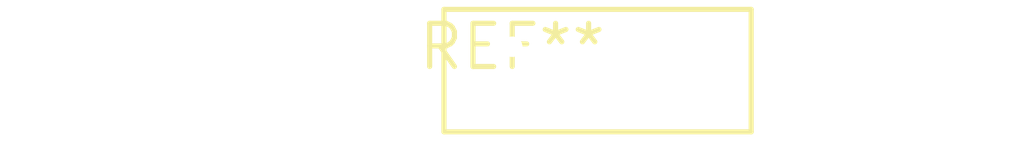
<source format=kicad_pcb>
(kicad_pcb (version 20240108) (generator pcbnew)
  (layers (0 "F.Cu" signal) (31 "B.Cu" signal) (34 "B.Paste" user) (35 "F.Paste" user) (36 "B.SilkS" user "B.Silkscreen") (37 "F.SilkS" user "F.Silkscreen") (38 "B.Mask" user) (39 "F.Mask" user) (44 "Edge.Cuts" user))
  (net 0 "")
  (footprint "RV_Disc_D9mm_W3.6mm_P5mm" (layer "F.Cu") (at 0 0)
    (property "Reference" "REF**")
    (property "Value" "RV_Disc_D9mm_W3.6mm_P5mm")
    (fp_line (start -2 -1.1) (end -2 2.5) (layer "F.SilkS") (stroke (width 0.15)))
    (fp_line (start -2 -1.1) (end 7 -1.1) (layer "F.SilkS") (stroke (width 0.15)))
    (fp_line (start -2 2.5) (end 7 2.5) (layer "F.SilkS") (stroke (width 0.15)))
    (fp_line (start 7 -1.1) (end 7 2.5) (layer "F.SilkS") (stroke (width 0.15)))
    (pad "1" thru_hole circle (at 0 0) (size 1.6 1.6) (drill 0.6) (layers *.Cu *.Mask) (remove_unused_layers))
    (pad "2" thru_hole circle (at 5 1.4) (size 1.6 1.6) (drill 0.6) (layers *.Cu *.Mask) (remove_unused_layers))
  )
)
</source>
